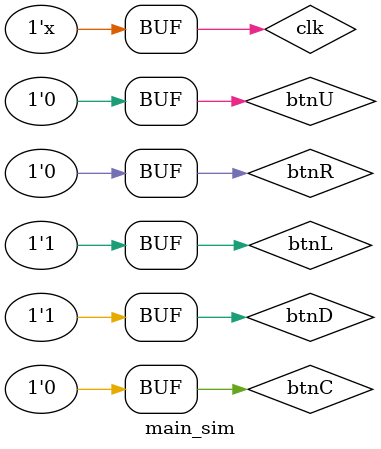
<source format=v>
`timescale 1ns / 1ps


module main_sim(
    );
    reg clk; reg btnC = 0; reg btnD = 0; reg btnU = 0; reg btnL = 0; reg btnR = 0;
    wire [7:0]JC;
    main dut (.clk(clk), .JC(JC), .btnC(btnC), 
    .btnD(btnD), .btnR(btnR), .btnU(btnU), .btnL(btnL));
    initial begin 
        clk = 0;
//        btnC = 1;
    #200; btnD = 1; btnL = 1;
    end 
    always begin 
        #5; clk = ~clk;
    end 
endmodule


</source>
